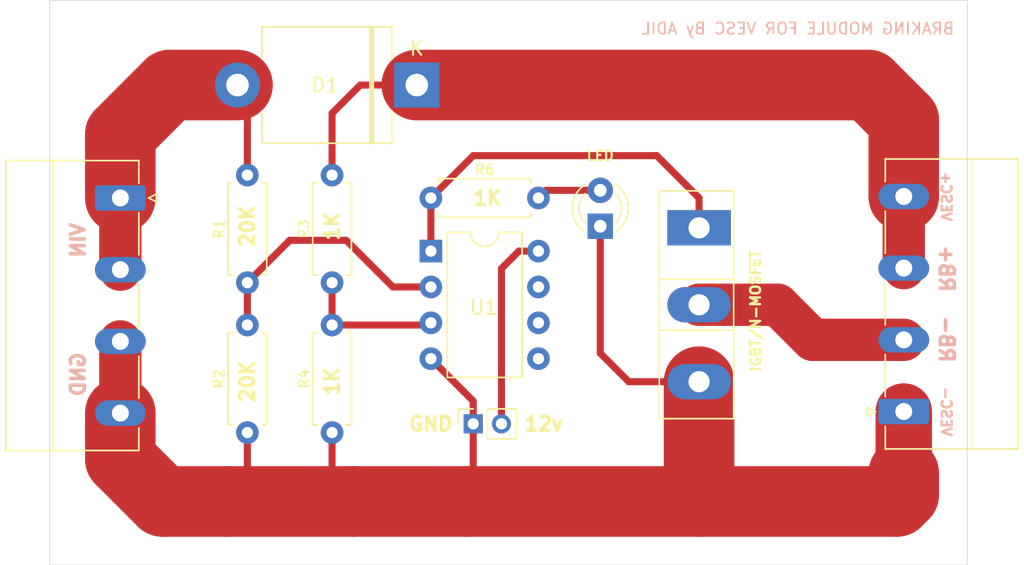
<source format=kicad_pcb>
(kicad_pcb (version 20171130) (host pcbnew "(5.1.12)-1")

  (general
    (thickness 1.6)
    (drawings 19)
    (tracks 57)
    (zones 0)
    (modules 12)
    (nets 10)
  )

  (page A4)
  (layers
    (0 F.Cu signal)
    (31 B.Cu signal)
    (32 B.Adhes user)
    (33 F.Adhes user)
    (34 B.Paste user)
    (35 F.Paste user)
    (36 B.SilkS user)
    (37 F.SilkS user)
    (38 B.Mask user)
    (39 F.Mask user)
    (40 Dwgs.User user)
    (41 Cmts.User user)
    (42 Eco1.User user)
    (43 Eco2.User user)
    (44 Edge.Cuts user)
    (45 Margin user)
    (46 B.CrtYd user hide)
    (47 F.CrtYd user)
    (48 B.Fab user hide)
    (49 F.Fab user hide)
  )

  (setup
    (last_trace_width 0.5)
    (user_trace_width 0.3)
    (user_trace_width 0.5)
    (user_trace_width 2.5)
    (user_trace_width 3)
    (user_trace_width 4)
    (user_trace_width 5)
    (trace_clearance 0.2)
    (zone_clearance 0.508)
    (zone_45_only no)
    (trace_min 0.2)
    (via_size 0.8)
    (via_drill 0.4)
    (via_min_size 0.4)
    (via_min_drill 0.3)
    (uvia_size 0.3)
    (uvia_drill 0.1)
    (uvias_allowed no)
    (uvia_min_size 0.2)
    (uvia_min_drill 0.1)
    (edge_width 0.05)
    (segment_width 0.2)
    (pcb_text_width 0.3)
    (pcb_text_size 1.5 1.5)
    (mod_edge_width 0.12)
    (mod_text_size 1 1)
    (mod_text_width 0.15)
    (pad_size 1.524 1.524)
    (pad_drill 0.762)
    (pad_to_mask_clearance 0)
    (aux_axis_origin 0 0)
    (grid_origin 160.65 68)
    (visible_elements 7FFFFFFF)
    (pcbplotparams
      (layerselection 0x010fc_ffffffff)
      (usegerberextensions false)
      (usegerberattributes true)
      (usegerberadvancedattributes true)
      (creategerberjobfile true)
      (excludeedgelayer true)
      (linewidth 0.100000)
      (plotframeref false)
      (viasonmask false)
      (mode 1)
      (useauxorigin false)
      (hpglpennumber 1)
      (hpglpenspeed 20)
      (hpglpendiameter 15.000000)
      (psnegative false)
      (psa4output false)
      (plotreference true)
      (plotvalue true)
      (plotinvisibletext false)
      (padsonsilk false)
      (subtractmaskfromsilk false)
      (outputformat 1)
      (mirror false)
      (drillshape 0)
      (scaleselection 1)
      (outputdirectory "GRBR/"))
  )

  (net 0 "")
  (net 1 "Net-(D1-Pad2)")
  (net 2 GND)
  (net 3 "Net-(D3-Pad2)")
  (net 4 R-)
  (net 5 "Net-(Q1-Pad1)")
  (net 6 "Net-(R1-Pad1)")
  (net 7 "Net-(R3-Pad1)")
  (net 8 "Net-(D1-Pad1)")
  (net 9 +12V)

  (net_class Default "This is the default net class."
    (clearance 0.2)
    (trace_width 0.25)
    (via_dia 0.8)
    (via_drill 0.4)
    (uvia_dia 0.3)
    (uvia_drill 0.1)
    (add_net +12V)
    (add_net GND)
    (add_net "Net-(D1-Pad1)")
    (add_net "Net-(D1-Pad2)")
    (add_net "Net-(D3-Pad2)")
    (add_net "Net-(Q1-Pad1)")
    (add_net "Net-(R1-Pad1)")
    (add_net "Net-(R3-Pad1)")
    (add_net R-)
  )

  (module Connector_PinSocket_2.00mm:PinSocket_1x02_P2.00mm_Vertical (layer F.Cu) (tedit 5A19A42F) (tstamp 621E331B)
    (at 157.65 115 90)
    (descr "Through hole straight socket strip, 1x02, 2.00mm pitch, single row (from Kicad 4.0.7), script generated")
    (tags "Through hole socket strip THT 1x02 2.00mm single row")
    (path /621F9667)
    (fp_text reference J3 (at 0 -2.5 90) (layer F.Fab)
      (effects (font (size 1 1) (thickness 0.15)))
    )
    (fp_text value Conn_01x02 (at 0 4.5 90) (layer F.Fab)
      (effects (font (size 1 1) (thickness 0.15)))
    )
    (fp_text user %R (at 0 1) (layer F.Fab)
      (effects (font (size 1 1) (thickness 0.15)))
    )
    (fp_line (start -1 -1) (end 0.5 -1) (layer F.Fab) (width 0.1))
    (fp_line (start 0.5 -1) (end 1 -0.5) (layer F.Fab) (width 0.1))
    (fp_line (start 1 -0.5) (end 1 3) (layer F.Fab) (width 0.1))
    (fp_line (start 1 3) (end -1 3) (layer F.Fab) (width 0.1))
    (fp_line (start -1 3) (end -1 -1) (layer F.Fab) (width 0.1))
    (fp_line (start -1.06 1) (end 1.06 1) (layer F.SilkS) (width 0.12))
    (fp_line (start -1.06 1) (end -1.06 3.06) (layer F.SilkS) (width 0.12))
    (fp_line (start -1.06 3.06) (end 1.06 3.06) (layer F.SilkS) (width 0.12))
    (fp_line (start 1.06 1) (end 1.06 3.06) (layer F.SilkS) (width 0.12))
    (fp_line (start 1.06 -1.06) (end 1.06 0) (layer F.SilkS) (width 0.12))
    (fp_line (start 0 -1.06) (end 1.06 -1.06) (layer F.SilkS) (width 0.12))
    (fp_line (start -1.5 -1.5) (end 1.5 -1.5) (layer F.CrtYd) (width 0.05))
    (fp_line (start 1.5 -1.5) (end 1.5 3.5) (layer F.CrtYd) (width 0.05))
    (fp_line (start 1.5 3.5) (end -1.5 3.5) (layer F.CrtYd) (width 0.05))
    (fp_line (start -1.5 3.5) (end -1.5 -1.5) (layer F.CrtYd) (width 0.05))
    (pad 2 thru_hole oval (at 0 2 90) (size 1.35 1.35) (drill 0.8) (layers *.Cu *.Mask)
      (net 9 +12V))
    (pad 1 thru_hole rect (at 0 0 90) (size 1.35 1.35) (drill 0.8) (layers *.Cu *.Mask)
      (net 2 GND))
    (model ${KISYS3DMOD}/Connector_PinSocket_2.00mm.3dshapes/PinSocket_1x02_P2.00mm_Vertical.wrl
      (at (xyz 0 0 0))
      (scale (xyz 1 1 1))
      (rotate (xyz 0 0 0))
    )
  )

  (module Resistor_THT:R_Axial_DIN0207_L6.3mm_D2.5mm_P7.62mm_Horizontal (layer F.Cu) (tedit 5AE5139B) (tstamp 614FC7B1)
    (at 154.65 99)
    (descr "Resistor, Axial_DIN0207 series, Axial, Horizontal, pin pitch=7.62mm, 0.25W = 1/4W, length*diameter=6.3*2.5mm^2, http://cdn-reichelt.de/documents/datenblatt/B400/1_4W%23YAG.pdf")
    (tags "Resistor Axial_DIN0207 series Axial Horizontal pin pitch 7.62mm 0.25W = 1/4W length 6.3mm diameter 2.5mm")
    (path /61501DD3)
    (fp_text reference R6 (at -1.5 0.75) (layer F.Fab)
      (effects (font (size 0.7 0.7) (thickness 0.15)))
    )
    (fp_text value 1K (at 3.81 2.37) (layer F.Fab)
      (effects (font (size 1 1) (thickness 0.15)))
    )
    (fp_text user %R (at 3.81 -2) (layer F.SilkS)
      (effects (font (size 0.7 0.7) (thickness 0.15)))
    )
    (fp_line (start 0.66 -1.25) (end 0.66 1.25) (layer F.Fab) (width 0.1))
    (fp_line (start 0.66 1.25) (end 6.96 1.25) (layer F.Fab) (width 0.1))
    (fp_line (start 6.96 1.25) (end 6.96 -1.25) (layer F.Fab) (width 0.1))
    (fp_line (start 6.96 -1.25) (end 0.66 -1.25) (layer F.Fab) (width 0.1))
    (fp_line (start 0 0) (end 0.66 0) (layer F.Fab) (width 0.1))
    (fp_line (start 7.62 0) (end 6.96 0) (layer F.Fab) (width 0.1))
    (fp_line (start 0.54 -1.04) (end 0.54 -1.37) (layer F.SilkS) (width 0.12))
    (fp_line (start 0.54 -1.37) (end 7.08 -1.37) (layer F.SilkS) (width 0.12))
    (fp_line (start 7.08 -1.37) (end 7.08 -1.04) (layer F.SilkS) (width 0.12))
    (fp_line (start 0.54 1.04) (end 0.54 1.37) (layer F.SilkS) (width 0.12))
    (fp_line (start 0.54 1.37) (end 7.08 1.37) (layer F.SilkS) (width 0.12))
    (fp_line (start 7.08 1.37) (end 7.08 1.04) (layer F.SilkS) (width 0.12))
    (fp_line (start -1.05 -1.5) (end -1.05 1.5) (layer F.CrtYd) (width 0.05))
    (fp_line (start -1.05 1.5) (end 8.67 1.5) (layer F.CrtYd) (width 0.05))
    (fp_line (start 8.67 1.5) (end 8.67 -1.5) (layer F.CrtYd) (width 0.05))
    (fp_line (start 8.67 -1.5) (end -1.05 -1.5) (layer F.CrtYd) (width 0.05))
    (pad 2 thru_hole oval (at 7.62 0) (size 1.6 1.6) (drill 0.8) (layers *.Cu *.Mask)
      (net 3 "Net-(D3-Pad2)"))
    (pad 1 thru_hole circle (at 0 0) (size 1.6 1.6) (drill 0.8) (layers *.Cu *.Mask)
      (net 5 "Net-(Q1-Pad1)"))
    (model ${KISYS3DMOD}/Resistor_THT.3dshapes/R_Axial_DIN0207_L6.3mm_D2.5mm_P7.62mm_Horizontal.wrl
      (at (xyz 0 0 0))
      (scale (xyz 1 1 1))
      (rotate (xyz 0 0 0))
    )
  )

  (module Package_TO_SOT_THT:TO-247-3_Vertical (layer F.Cu) (tedit 5AC86DC3) (tstamp 614FC71C)
    (at 173.65 101.115 270)
    (descr "TO-247-3, Vertical, RM 5.45mm, see https://toshiba.semicon-storage.com/us/product/mosfet/to-247-4l.html")
    (tags "TO-247-3 Vertical RM 5.45mm")
    (path /61506B10)
    (fp_text reference Q1 (at 2.54 -4.27 90) (layer F.Fab)
      (effects (font (size 1 1) (thickness 0.15)))
    )
    (fp_text value IRLZ44N (at 2.54 2.5 90) (layer F.Fab)
      (effects (font (size 1 1) (thickness 0.15)))
    )
    (fp_text user %R (at 2.54 -4.27 90) (layer F.Fab)
      (effects (font (size 1 1) (thickness 0.15)))
    )
    (fp_line (start -2.5 -2.33) (end -2.5 2.7) (layer F.Fab) (width 0.1))
    (fp_line (start -2.5 2.7) (end 13.4 2.7) (layer F.Fab) (width 0.1))
    (fp_line (start 13.4 2.7) (end 13.4 -2.33) (layer F.Fab) (width 0.1))
    (fp_line (start 13.4 -2.33) (end -2.5 -2.33) (layer F.Fab) (width 0.1))
    (fp_line (start 3.645 -2.33) (end 3.645 2.7) (layer F.Fab) (width 0.1))
    (fp_line (start 7.255 -2.33) (end 7.255 2.7) (layer F.Fab) (width 0.1))
    (fp_line (start -2.62 -2.451) (end 13.52 -2.451) (layer F.SilkS) (width 0.12))
    (fp_line (start -2.62 2.82) (end 13.52 2.82) (layer F.SilkS) (width 0.12))
    (fp_line (start -2.62 -2.451) (end -2.62 2.82) (layer F.SilkS) (width 0.12))
    (fp_line (start 13.52 -2.451) (end 13.52 2.82) (layer F.SilkS) (width 0.12))
    (fp_line (start 3.646 -2.451) (end 3.646 2.82) (layer F.SilkS) (width 0.12))
    (fp_line (start 7.255 -2.451) (end 7.255 2.82) (layer F.SilkS) (width 0.12))
    (fp_line (start -2.75 -2.59) (end -2.75 2.95) (layer F.CrtYd) (width 0.05))
    (fp_line (start -2.75 2.95) (end 13.65 2.95) (layer F.CrtYd) (width 0.05))
    (fp_line (start 13.65 2.95) (end 13.65 -2.59) (layer F.CrtYd) (width 0.05))
    (fp_line (start 13.65 -2.59) (end -2.75 -2.59) (layer F.CrtYd) (width 0.05))
    (pad 3 thru_hole oval (at 10.9 0 270) (size 2.5 4.5) (drill 1.5) (layers *.Cu *.Mask)
      (net 2 GND))
    (pad 2 thru_hole oval (at 5.45 0 270) (size 2.5 4.5) (drill 1.5) (layers *.Cu *.Mask)
      (net 4 R-))
    (pad 1 thru_hole rect (at 0 0 270) (size 2.5 4.5) (drill 1.5) (layers *.Cu *.Mask)
      (net 5 "Net-(Q1-Pad1)"))
    (model ${KISYS3DMOD}/Package_TO_SOT_THT.3dshapes/TO-247-3_Vertical.wrl
      (at (xyz 0 0 0))
      (scale (xyz 1 1 1))
      (rotate (xyz 0 0 0))
    )
  )

  (module Resistor_THT:R_Axial_DIN0207_L6.3mm_D2.5mm_P7.62mm_Horizontal (layer F.Cu) (tedit 5AE5139B) (tstamp 614FC7A4)
    (at 147.65 108 270)
    (descr "Resistor, Axial_DIN0207 series, Axial, Horizontal, pin pitch=7.62mm, 0.25W = 1/4W, length*diameter=6.3*2.5mm^2, http://cdn-reichelt.de/documents/datenblatt/B400/1_4W%23YAG.pdf")
    (tags "Resistor Axial_DIN0207 series Axial Horizontal pin pitch 7.62mm 0.25W = 1/4W length 6.3mm diameter 2.5mm")
    (path /614F8368)
    (fp_text reference R4 (at 3.810001 2 90) (layer F.SilkS)
      (effects (font (size 0.7 0.7) (thickness 0.15)))
    )
    (fp_text value 1K (at 3.81 2.37 90) (layer F.Fab)
      (effects (font (size 1 1) (thickness 0.15)))
    )
    (fp_text user %R (at 3.81 0 90) (layer F.Fab)
      (effects (font (size 1 1) (thickness 0.15)))
    )
    (fp_line (start 0.66 -1.25) (end 0.66 1.25) (layer F.Fab) (width 0.1))
    (fp_line (start 0.66 1.25) (end 6.96 1.25) (layer F.Fab) (width 0.1))
    (fp_line (start 6.96 1.25) (end 6.96 -1.25) (layer F.Fab) (width 0.1))
    (fp_line (start 6.96 -1.25) (end 0.66 -1.25) (layer F.Fab) (width 0.1))
    (fp_line (start 0 0) (end 0.66 0) (layer F.Fab) (width 0.1))
    (fp_line (start 7.62 0) (end 6.96 0) (layer F.Fab) (width 0.1))
    (fp_line (start 0.54 -1.04) (end 0.54 -1.37) (layer F.SilkS) (width 0.12))
    (fp_line (start 0.54 -1.37) (end 7.08 -1.37) (layer F.SilkS) (width 0.12))
    (fp_line (start 7.08 -1.37) (end 7.08 -1.04) (layer F.SilkS) (width 0.12))
    (fp_line (start 0.54 1.04) (end 0.54 1.37) (layer F.SilkS) (width 0.12))
    (fp_line (start 0.54 1.37) (end 7.08 1.37) (layer F.SilkS) (width 0.12))
    (fp_line (start 7.08 1.37) (end 7.08 1.04) (layer F.SilkS) (width 0.12))
    (fp_line (start -1.05 -1.5) (end -1.05 1.5) (layer F.CrtYd) (width 0.05))
    (fp_line (start -1.05 1.5) (end 8.67 1.5) (layer F.CrtYd) (width 0.05))
    (fp_line (start 8.67 1.5) (end 8.67 -1.5) (layer F.CrtYd) (width 0.05))
    (fp_line (start 8.67 -1.5) (end -1.05 -1.5) (layer F.CrtYd) (width 0.05))
    (pad 2 thru_hole oval (at 7.62 0 270) (size 1.6 1.6) (drill 0.8) (layers *.Cu *.Mask)
      (net 2 GND))
    (pad 1 thru_hole circle (at 0 0 270) (size 1.6 1.6) (drill 0.8) (layers *.Cu *.Mask)
      (net 7 "Net-(R3-Pad1)"))
    (model ${KISYS3DMOD}/Resistor_THT.3dshapes/R_Axial_DIN0207_L6.3mm_D2.5mm_P7.62mm_Horizontal.wrl
      (at (xyz 0 0 0))
      (scale (xyz 1 1 1))
      (rotate (xyz 0 0 0))
    )
  )

  (module Resistor_THT:R_Axial_DIN0207_L6.3mm_D2.5mm_P7.62mm_Horizontal (layer F.Cu) (tedit 5AE5139B) (tstamp 614FC7CD)
    (at 147.65 105 90)
    (descr "Resistor, Axial_DIN0207 series, Axial, Horizontal, pin pitch=7.62mm, 0.25W = 1/4W, length*diameter=6.3*2.5mm^2, http://cdn-reichelt.de/documents/datenblatt/B400/1_4W%23YAG.pdf")
    (tags "Resistor Axial_DIN0207 series Axial Horizontal pin pitch 7.62mm 0.25W = 1/4W length 6.3mm diameter 2.5mm")
    (path /614F971A)
    (fp_text reference R3 (at 3.809999 -2 90) (layer F.SilkS)
      (effects (font (size 0.7 0.7) (thickness 0.125)))
    )
    (fp_text value 20K (at 3.81 2.37 90) (layer F.Fab)
      (effects (font (size 1 1) (thickness 0.15)))
    )
    (fp_text user %R (at 3.81 0 90) (layer F.Fab)
      (effects (font (size 1 1) (thickness 0.15)))
    )
    (fp_line (start 0.66 -1.25) (end 0.66 1.25) (layer F.Fab) (width 0.1))
    (fp_line (start 0.66 1.25) (end 6.96 1.25) (layer F.Fab) (width 0.1))
    (fp_line (start 6.96 1.25) (end 6.96 -1.25) (layer F.Fab) (width 0.1))
    (fp_line (start 6.96 -1.25) (end 0.66 -1.25) (layer F.Fab) (width 0.1))
    (fp_line (start 0 0) (end 0.66 0) (layer F.Fab) (width 0.1))
    (fp_line (start 7.62 0) (end 6.96 0) (layer F.Fab) (width 0.1))
    (fp_line (start 0.54 -1.04) (end 0.54 -1.37) (layer F.SilkS) (width 0.12))
    (fp_line (start 0.54 -1.37) (end 7.08 -1.37) (layer F.SilkS) (width 0.12))
    (fp_line (start 7.08 -1.37) (end 7.08 -1.04) (layer F.SilkS) (width 0.12))
    (fp_line (start 0.54 1.04) (end 0.54 1.37) (layer F.SilkS) (width 0.12))
    (fp_line (start 0.54 1.37) (end 7.08 1.37) (layer F.SilkS) (width 0.12))
    (fp_line (start 7.08 1.37) (end 7.08 1.04) (layer F.SilkS) (width 0.12))
    (fp_line (start -1.05 -1.5) (end -1.05 1.5) (layer F.CrtYd) (width 0.05))
    (fp_line (start -1.05 1.5) (end 8.67 1.5) (layer F.CrtYd) (width 0.05))
    (fp_line (start 8.67 1.5) (end 8.67 -1.5) (layer F.CrtYd) (width 0.05))
    (fp_line (start 8.67 -1.5) (end -1.05 -1.5) (layer F.CrtYd) (width 0.05))
    (pad 2 thru_hole oval (at 7.62 0 90) (size 1.6 1.6) (drill 0.8) (layers *.Cu *.Mask)
      (net 8 "Net-(D1-Pad1)"))
    (pad 1 thru_hole circle (at 0 0 90) (size 1.6 1.6) (drill 0.8) (layers *.Cu *.Mask)
      (net 7 "Net-(R3-Pad1)"))
    (model ${KISYS3DMOD}/Resistor_THT.3dshapes/R_Axial_DIN0207_L6.3mm_D2.5mm_P7.62mm_Horizontal.wrl
      (at (xyz 0 0 0))
      (scale (xyz 1 1 1))
      (rotate (xyz 0 0 0))
    )
  )

  (module Resistor_THT:R_Axial_DIN0207_L6.3mm_D2.5mm_P7.62mm_Horizontal (layer F.Cu) (tedit 5AE5139B) (tstamp 614FC78A)
    (at 141.65 108 270)
    (descr "Resistor, Axial_DIN0207 series, Axial, Horizontal, pin pitch=7.62mm, 0.25W = 1/4W, length*diameter=6.3*2.5mm^2, http://cdn-reichelt.de/documents/datenblatt/B400/1_4W%23YAG.pdf")
    (tags "Resistor Axial_DIN0207 series Axial Horizontal pin pitch 7.62mm 0.25W = 1/4W length 6.3mm diameter 2.5mm")
    (path /614F8E8B)
    (fp_text reference R2 (at 3.810001 2 90) (layer F.SilkS)
      (effects (font (size 0.7 0.7) (thickness 0.15)))
    )
    (fp_text value 1K (at 3.81 2.37 90) (layer F.Fab)
      (effects (font (size 1 1) (thickness 0.15)))
    )
    (fp_text user %R (at 3.81 0 90) (layer F.Fab)
      (effects (font (size 1 1) (thickness 0.15)))
    )
    (fp_line (start 0.66 -1.25) (end 0.66 1.25) (layer F.Fab) (width 0.1))
    (fp_line (start 0.66 1.25) (end 6.96 1.25) (layer F.Fab) (width 0.1))
    (fp_line (start 6.96 1.25) (end 6.96 -1.25) (layer F.Fab) (width 0.1))
    (fp_line (start 6.96 -1.25) (end 0.66 -1.25) (layer F.Fab) (width 0.1))
    (fp_line (start 0 0) (end 0.66 0) (layer F.Fab) (width 0.1))
    (fp_line (start 7.62 0) (end 6.96 0) (layer F.Fab) (width 0.1))
    (fp_line (start 0.54 -1.04) (end 0.54 -1.37) (layer F.SilkS) (width 0.12))
    (fp_line (start 0.54 -1.37) (end 7.08 -1.37) (layer F.SilkS) (width 0.12))
    (fp_line (start 7.08 -1.37) (end 7.08 -1.04) (layer F.SilkS) (width 0.12))
    (fp_line (start 0.54 1.04) (end 0.54 1.37) (layer F.SilkS) (width 0.12))
    (fp_line (start 0.54 1.37) (end 7.08 1.37) (layer F.SilkS) (width 0.12))
    (fp_line (start 7.08 1.37) (end 7.08 1.04) (layer F.SilkS) (width 0.12))
    (fp_line (start -1.05 -1.5) (end -1.05 1.5) (layer F.CrtYd) (width 0.05))
    (fp_line (start -1.05 1.5) (end 8.67 1.5) (layer F.CrtYd) (width 0.05))
    (fp_line (start 8.67 1.5) (end 8.67 -1.5) (layer F.CrtYd) (width 0.05))
    (fp_line (start 8.67 -1.5) (end -1.05 -1.5) (layer F.CrtYd) (width 0.05))
    (pad 2 thru_hole oval (at 7.62 0 270) (size 1.6 1.6) (drill 0.8) (layers *.Cu *.Mask)
      (net 2 GND))
    (pad 1 thru_hole circle (at 0 0 270) (size 1.6 1.6) (drill 0.8) (layers *.Cu *.Mask)
      (net 6 "Net-(R1-Pad1)"))
    (model ${KISYS3DMOD}/Resistor_THT.3dshapes/R_Axial_DIN0207_L6.3mm_D2.5mm_P7.62mm_Horizontal.wrl
      (at (xyz 0 0 0))
      (scale (xyz 1 1 1))
      (rotate (xyz 0 0 0))
    )
  )

  (module Resistor_THT:R_Axial_DIN0207_L6.3mm_D2.5mm_P7.62mm_Horizontal (layer F.Cu) (tedit 5AE5139B) (tstamp 614FC797)
    (at 141.65 105 90)
    (descr "Resistor, Axial_DIN0207 series, Axial, Horizontal, pin pitch=7.62mm, 0.25W = 1/4W, length*diameter=6.3*2.5mm^2, http://cdn-reichelt.de/documents/datenblatt/B400/1_4W%23YAG.pdf")
    (tags "Resistor Axial_DIN0207 series Axial Horizontal pin pitch 7.62mm 0.25W = 1/4W length 6.3mm diameter 2.5mm")
    (path /614F9FF8)
    (fp_text reference R1 (at 3.809999 -2 90) (layer F.SilkS)
      (effects (font (size 0.7 0.7) (thickness 0.15)))
    )
    (fp_text value 20K (at 3.81 2.37 90) (layer F.Fab)
      (effects (font (size 1 1) (thickness 0.15)))
    )
    (fp_text user %R (at 3.81 0 90) (layer F.Fab)
      (effects (font (size 1 1) (thickness 0.15)))
    )
    (fp_line (start 0.66 -1.25) (end 0.66 1.25) (layer F.Fab) (width 0.1))
    (fp_line (start 0.66 1.25) (end 6.96 1.25) (layer F.Fab) (width 0.1))
    (fp_line (start 6.96 1.25) (end 6.96 -1.25) (layer F.Fab) (width 0.1))
    (fp_line (start 6.96 -1.25) (end 0.66 -1.25) (layer F.Fab) (width 0.1))
    (fp_line (start 0 0) (end 0.66 0) (layer F.Fab) (width 0.1))
    (fp_line (start 7.62 0) (end 6.96 0) (layer F.Fab) (width 0.1))
    (fp_line (start 0.54 -1.04) (end 0.54 -1.37) (layer F.SilkS) (width 0.12))
    (fp_line (start 0.54 -1.37) (end 7.08 -1.37) (layer F.SilkS) (width 0.12))
    (fp_line (start 7.08 -1.37) (end 7.08 -1.04) (layer F.SilkS) (width 0.12))
    (fp_line (start 0.54 1.04) (end 0.54 1.37) (layer F.SilkS) (width 0.12))
    (fp_line (start 0.54 1.37) (end 7.08 1.37) (layer F.SilkS) (width 0.12))
    (fp_line (start 7.08 1.37) (end 7.08 1.04) (layer F.SilkS) (width 0.12))
    (fp_line (start -1.05 -1.5) (end -1.05 1.5) (layer F.CrtYd) (width 0.05))
    (fp_line (start -1.05 1.5) (end 8.67 1.5) (layer F.CrtYd) (width 0.05))
    (fp_line (start 8.67 1.5) (end 8.67 -1.5) (layer F.CrtYd) (width 0.05))
    (fp_line (start 8.67 -1.5) (end -1.05 -1.5) (layer F.CrtYd) (width 0.05))
    (pad 2 thru_hole oval (at 7.62 0 90) (size 1.6 1.6) (drill 0.8) (layers *.Cu *.Mask)
      (net 1 "Net-(D1-Pad2)"))
    (pad 1 thru_hole circle (at 0 0 90) (size 1.6 1.6) (drill 0.8) (layers *.Cu *.Mask)
      (net 6 "Net-(R1-Pad1)"))
    (model ${KISYS3DMOD}/Resistor_THT.3dshapes/R_Axial_DIN0207_L6.3mm_D2.5mm_P7.62mm_Horizontal.wrl
      (at (xyz 0 0 0))
      (scale (xyz 1 1 1))
      (rotate (xyz 0 0 0))
    )
  )

  (module Connector_Phoenix_MC_HighVoltage:PhoenixContact_MC_1,5_4-G-5.08_1x04_P5.08mm_Horizontal (layer F.Cu) (tedit 5B784ED2) (tstamp 614FC76C)
    (at 132.65 99 270)
    (descr "Generic Phoenix Contact connector footprint for: MC_1,5/4-G-5.08; number of pins: 04; pin pitch: 5.08mm; Angled || order number: 1836202 8A 320V")
    (tags "phoenix_contact connector MC_01x04_G_5.08mm")
    (path /61516300)
    (fp_text reference J1 (at 7.62 -3 90) (layer F.Fab)
      (effects (font (size 1 1) (thickness 0.15)))
    )
    (fp_text value Screw_Terminal_01x04 (at 7.62 9.2 90) (layer F.Fab)
      (effects (font (size 1 1) (thickness 0.15)))
    )
    (fp_line (start -2.65 -1.31) (end -2.65 8.11) (layer F.SilkS) (width 0.12))
    (fp_line (start -2.65 8.11) (end 17.89 8.11) (layer F.SilkS) (width 0.12))
    (fp_line (start 17.89 8.11) (end 17.89 -1.31) (layer F.SilkS) (width 0.12))
    (fp_line (start -2.65 -1.31) (end -1.05 -1.31) (layer F.SilkS) (width 0.12))
    (fp_line (start 17.89 -1.31) (end 16.29 -1.31) (layer F.SilkS) (width 0.12))
    (fp_line (start 1.05 -1.31) (end 4.03 -1.31) (layer F.SilkS) (width 0.12))
    (fp_line (start 6.13 -1.31) (end 9.11 -1.31) (layer F.SilkS) (width 0.12))
    (fp_line (start 11.21 -1.31) (end 14.19 -1.31) (layer F.SilkS) (width 0.12))
    (fp_line (start -2.54 -1.2) (end -2.54 8) (layer F.Fab) (width 0.1))
    (fp_line (start -2.54 8) (end 17.78 8) (layer F.Fab) (width 0.1))
    (fp_line (start 17.78 8) (end 17.78 -1.2) (layer F.Fab) (width 0.1))
    (fp_line (start 17.78 -1.2) (end -2.54 -1.2) (layer F.Fab) (width 0.1))
    (fp_line (start -2.65 4.8) (end 17.89 4.8) (layer F.SilkS) (width 0.12))
    (fp_line (start -3.15 -2.3) (end -3.15 8.5) (layer F.CrtYd) (width 0.05))
    (fp_line (start -3.15 8.5) (end 18.28 8.5) (layer F.CrtYd) (width 0.05))
    (fp_line (start 18.28 8.5) (end 18.28 -2.3) (layer F.CrtYd) (width 0.05))
    (fp_line (start 18.28 -2.3) (end -3.15 -2.3) (layer F.CrtYd) (width 0.05))
    (fp_line (start 0.3 -2.6) (end 0 -2) (layer F.SilkS) (width 0.12))
    (fp_line (start 0 -2) (end -0.3 -2.6) (layer F.SilkS) (width 0.12))
    (fp_line (start -0.3 -2.6) (end 0.3 -2.6) (layer F.SilkS) (width 0.12))
    (fp_line (start 0.8 -1.2) (end 0 0) (layer F.Fab) (width 0.1))
    (fp_line (start 0 0) (end -0.8 -1.2) (layer F.Fab) (width 0.1))
    (fp_text user %R (at 7.62 -0.5 90) (layer F.Fab)
      (effects (font (size 1 1) (thickness 0.15)))
    )
    (pad 1 thru_hole roundrect (at 0 0 270) (size 1.8 3.6) (drill 1.2) (layers *.Cu *.Mask) (roundrect_rratio 0.1388888888888889)
      (net 1 "Net-(D1-Pad2)"))
    (pad 2 thru_hole oval (at 5.08 0 270) (size 1.8 3.6) (drill 1.2) (layers *.Cu *.Mask)
      (net 1 "Net-(D1-Pad2)"))
    (pad 3 thru_hole oval (at 10.16 0 270) (size 1.8 3.6) (drill 1.2) (layers *.Cu *.Mask)
      (net 2 GND))
    (pad 4 thru_hole oval (at 15.24 0 270) (size 1.8 3.6) (drill 1.2) (layers *.Cu *.Mask)
      (net 2 GND))
    (model ${KISYS3DMOD}/Connector_Phoenix_MC_HighVoltage.3dshapes/PhoenixContact_MC_1,5_4-G-5.08_1x04_P5.08mm_Horizontal.wrl
      (at (xyz 0 0 0))
      (scale (xyz 1 1 1))
      (rotate (xyz 0 0 0))
    )
  )

  (module Connector_Phoenix_MC_HighVoltage:PhoenixContact_MC_1,5_4-G-5.08_1x04_P5.08mm_Horizontal (layer F.Cu) (tedit 5B784ED2) (tstamp 614FC735)
    (at 188.15 114.13 90)
    (descr "Generic Phoenix Contact connector footprint for: MC_1,5/4-G-5.08; number of pins: 04; pin pitch: 5.08mm; Angled || order number: 1836202 8A 320V")
    (tags "phoenix_contact connector MC_01x04_G_5.08mm")
    (path /61515978)
    (fp_text reference J2 (at 7.62 -3 90) (layer F.Fab)
      (effects (font (size 1 1) (thickness 0.15)))
    )
    (fp_text value Screw_Terminal_01x04 (at 7.62 9.2 90) (layer F.Fab)
      (effects (font (size 1 1) (thickness 0.15)))
    )
    (fp_line (start -2.65 -1.31) (end -2.65 8.11) (layer F.SilkS) (width 0.12))
    (fp_line (start -2.65 8.11) (end 17.89 8.11) (layer F.SilkS) (width 0.12))
    (fp_line (start 17.89 8.11) (end 17.89 -1.31) (layer F.SilkS) (width 0.12))
    (fp_line (start -2.65 -1.31) (end -1.05 -1.31) (layer F.SilkS) (width 0.12))
    (fp_line (start 17.89 -1.31) (end 16.29 -1.31) (layer F.SilkS) (width 0.12))
    (fp_line (start 1.05 -1.31) (end 4.03 -1.31) (layer F.SilkS) (width 0.12))
    (fp_line (start 6.13 -1.31) (end 9.11 -1.31) (layer F.SilkS) (width 0.12))
    (fp_line (start 11.21 -1.31) (end 14.19 -1.31) (layer F.SilkS) (width 0.12))
    (fp_line (start -2.54 -1.2) (end -2.54 8) (layer F.Fab) (width 0.1))
    (fp_line (start -2.54 8) (end 17.78 8) (layer F.Fab) (width 0.1))
    (fp_line (start 17.78 8) (end 17.78 -1.2) (layer F.Fab) (width 0.1))
    (fp_line (start 17.78 -1.2) (end -2.54 -1.2) (layer F.Fab) (width 0.1))
    (fp_line (start -2.65 4.8) (end 17.89 4.8) (layer F.SilkS) (width 0.12))
    (fp_line (start -3.15 -2.3) (end -3.15 8.5) (layer F.CrtYd) (width 0.05))
    (fp_line (start -3.15 8.5) (end 18.28 8.5) (layer F.CrtYd) (width 0.05))
    (fp_line (start 18.28 8.5) (end 18.28 -2.3) (layer F.CrtYd) (width 0.05))
    (fp_line (start 18.28 -2.3) (end -3.15 -2.3) (layer F.CrtYd) (width 0.05))
    (fp_line (start 0.3 -2.6) (end 0 -2) (layer F.SilkS) (width 0.12))
    (fp_line (start 0 -2) (end -0.3 -2.6) (layer F.SilkS) (width 0.12))
    (fp_line (start -0.3 -2.6) (end 0.3 -2.6) (layer F.SilkS) (width 0.12))
    (fp_line (start 0.8 -1.2) (end 0 0) (layer F.Fab) (width 0.1))
    (fp_line (start 0 0) (end -0.8 -1.2) (layer F.Fab) (width 0.1))
    (fp_text user %R (at 7.62 -0.5 90) (layer F.Fab)
      (effects (font (size 1 1) (thickness 0.15)))
    )
    (pad 1 thru_hole roundrect (at 0 0 90) (size 1.8 3.6) (drill 1.2) (layers *.Cu *.Mask) (roundrect_rratio 0.1388888888888889)
      (net 2 GND))
    (pad 2 thru_hole oval (at 5.08 0 90) (size 1.8 3.6) (drill 1.2) (layers *.Cu *.Mask)
      (net 4 R-))
    (pad 3 thru_hole oval (at 10.16 0 90) (size 1.8 3.6) (drill 1.2) (layers *.Cu *.Mask)
      (net 8 "Net-(D1-Pad1)"))
    (pad 4 thru_hole oval (at 15.24 0 90) (size 1.8 3.6) (drill 1.2) (layers *.Cu *.Mask)
      (net 8 "Net-(D1-Pad1)"))
    (model ${KISYS3DMOD}/Connector_Phoenix_MC_HighVoltage.3dshapes/PhoenixContact_MC_1,5_4-G-5.08_1x04_P5.08mm_Horizontal.wrl
      (at (xyz 0 0 0))
      (scale (xyz 1 1 1))
      (rotate (xyz 0 0 0))
    )
  )

  (module LED_THT:LED_D3.0mm (layer F.Cu) (tedit 587A3A7B) (tstamp 614FC6EF)
    (at 166.65 101 90)
    (descr "LED, diameter 3.0mm, 2 pins")
    (tags "LED diameter 3.0mm 2 pins")
    (path /61502CAC)
    (fp_text reference LED (at 5 0 180) (layer F.SilkS)
      (effects (font (size 0.7 0.7) (thickness 0.15)))
    )
    (fp_text value LED (at 1.27 2.96 90) (layer F.Fab)
      (effects (font (size 1 1) (thickness 0.15)))
    )
    (fp_circle (center 1.27 0) (end 2.77 0) (layer F.Fab) (width 0.1))
    (fp_line (start -0.23 -1.16619) (end -0.23 1.16619) (layer F.Fab) (width 0.1))
    (fp_line (start -0.29 -1.236) (end -0.29 -1.08) (layer F.SilkS) (width 0.12))
    (fp_line (start -0.29 1.08) (end -0.29 1.236) (layer F.SilkS) (width 0.12))
    (fp_line (start -1.15 -2.25) (end -1.15 2.25) (layer F.CrtYd) (width 0.05))
    (fp_line (start -1.15 2.25) (end 3.7 2.25) (layer F.CrtYd) (width 0.05))
    (fp_line (start 3.7 2.25) (end 3.7 -2.25) (layer F.CrtYd) (width 0.05))
    (fp_line (start 3.7 -2.25) (end -1.15 -2.25) (layer F.CrtYd) (width 0.05))
    (fp_arc (start 1.27 0) (end -0.23 -1.16619) (angle 284.3) (layer F.Fab) (width 0.1))
    (fp_arc (start 1.27 0) (end -0.29 -1.235516) (angle 108.8) (layer F.SilkS) (width 0.12))
    (fp_arc (start 1.27 0) (end -0.29 1.235516) (angle -108.8) (layer F.SilkS) (width 0.12))
    (fp_arc (start 1.27 0) (end 0.229039 -1.08) (angle 87.9) (layer F.SilkS) (width 0.12))
    (fp_arc (start 1.27 0) (end 0.229039 1.08) (angle -87.9) (layer F.SilkS) (width 0.12))
    (pad 1 thru_hole rect (at 0 0 90) (size 1.8 1.8) (drill 0.9) (layers *.Cu *.Mask)
      (net 2 GND))
    (pad 2 thru_hole circle (at 2.54 0 90) (size 1.8 1.8) (drill 0.9) (layers *.Cu *.Mask)
      (net 3 "Net-(D3-Pad2)"))
    (model ${KISYS3DMOD}/LED_THT.3dshapes/LED_D3.0mm.wrl
      (at (xyz 0 0 0))
      (scale (xyz 1 1 1))
      (rotate (xyz 0 0 0))
    )
  )

  (module Diode_THT:D_5KPW_P12.70mm_Horizontal (layer F.Cu) (tedit 5AE50CD5) (tstamp 614FC6C3)
    (at 153.65 91 180)
    (descr "Diode, 5KPW series, Axial, Horizontal, pin pitch=12.7mm, , length*diameter=9*8mm^2, , http://www.diodes.com/_files/packages/8686949.gif")
    (tags "Diode 5KPW series Axial Horizontal pin pitch 12.7mm  length 9mm diameter 8mm")
    (path /614FD07E)
    (fp_text reference D1 (at 6.5 0) (layer F.SilkS)
      (effects (font (size 1 1) (thickness 0.15)))
    )
    (fp_text value D_Small (at 3.81 5.12) (layer F.Fab)
      (effects (font (size 1 1) (thickness 0.15)))
    )
    (fp_line (start 14.55 -4.25) (end -1.85 -4.25) (layer F.CrtYd) (width 0.05))
    (fp_line (start 14.55 4.25) (end 14.55 -4.25) (layer F.CrtYd) (width 0.05))
    (fp_line (start -1.85 4.25) (end 14.55 4.25) (layer F.CrtYd) (width 0.05))
    (fp_line (start -1.85 -4.25) (end -1.85 4.25) (layer F.CrtYd) (width 0.05))
    (fp_line (start 3.08 -4.12) (end 3.08 4.12) (layer F.SilkS) (width 0.12))
    (fp_line (start 3.32 -4.12) (end 3.32 4.12) (layer F.SilkS) (width 0.12))
    (fp_line (start 3.2 -4.12) (end 3.2 4.12) (layer F.SilkS) (width 0.12))
    (fp_line (start 10.97 4.12) (end 10.97 1.84) (layer F.SilkS) (width 0.12))
    (fp_line (start 1.73 4.12) (end 10.97 4.12) (layer F.SilkS) (width 0.12))
    (fp_line (start 1.73 1.84) (end 1.73 4.12) (layer F.SilkS) (width 0.12))
    (fp_line (start 10.97 -4.12) (end 10.97 -1.84) (layer F.SilkS) (width 0.12))
    (fp_line (start 1.73 -4.12) (end 10.97 -4.12) (layer F.SilkS) (width 0.12))
    (fp_line (start 1.73 -1.84) (end 1.73 -4.12) (layer F.SilkS) (width 0.12))
    (fp_line (start 3.1 -4) (end 3.1 4) (layer F.Fab) (width 0.1))
    (fp_line (start 3.3 -4) (end 3.3 4) (layer F.Fab) (width 0.1))
    (fp_line (start 3.2 -4) (end 3.2 4) (layer F.Fab) (width 0.1))
    (fp_line (start 12.7 0) (end 10.85 0) (layer F.Fab) (width 0.1))
    (fp_line (start 0 0) (end 1.85 0) (layer F.Fab) (width 0.1))
    (fp_line (start 10.85 -4) (end 1.85 -4) (layer F.Fab) (width 0.1))
    (fp_line (start 10.85 4) (end 10.85 -4) (layer F.Fab) (width 0.1))
    (fp_line (start 1.85 4) (end 10.85 4) (layer F.Fab) (width 0.1))
    (fp_line (start 1.85 -4) (end 1.85 4) (layer F.Fab) (width 0.1))
    (fp_text user %R (at 7.62 -2.1) (layer F.Fab)
      (effects (font (size 1 1) (thickness 0.15)))
    )
    (fp_text user K (at 0 2.6) (layer F.Fab)
      (effects (font (size 1 1) (thickness 0.15)))
    )
    (fp_text user K (at 0 2.6) (layer F.SilkS)
      (effects (font (size 1 1) (thickness 0.15)))
    )
    (pad 1 thru_hole rect (at 0 0 180) (size 3.2 3.2) (drill 1.6) (layers *.Cu *.Mask)
      (net 8 "Net-(D1-Pad1)"))
    (pad 2 thru_hole oval (at 12.7 0 180) (size 3.2 3.2) (drill 1.6) (layers *.Cu *.Mask)
      (net 1 "Net-(D1-Pad2)"))
    (model ${KISYS3DMOD}/Diode_THT.3dshapes/D_5KPW_P12.70mm_Horizontal.wrl
      (at (xyz 0 0 0))
      (scale (xyz 1 1 1))
      (rotate (xyz 0 0 0))
    )
  )

  (module Package_DIP:DIP-8_W7.62mm (layer F.Cu) (tedit 5A02E8C5) (tstamp 614FC701)
    (at 154.65 102.765)
    (descr "8-lead though-hole mounted DIP package, row spacing 7.62 mm (300 mils)")
    (tags "THT DIP DIL PDIP 2.54mm 7.62mm 300mil")
    (path /614EE209)
    (fp_text reference U1 (at 3.75 4) (layer F.SilkS)
      (effects (font (size 1 1) (thickness 0.15)))
    )
    (fp_text value LM358 (at 3.81 9.95) (layer F.Fab)
      (effects (font (size 1 1) (thickness 0.15)))
    )
    (fp_line (start 8.7 -1.55) (end -1.1 -1.55) (layer F.CrtYd) (width 0.05))
    (fp_line (start 8.7 9.15) (end 8.7 -1.55) (layer F.CrtYd) (width 0.05))
    (fp_line (start -1.1 9.15) (end 8.7 9.15) (layer F.CrtYd) (width 0.05))
    (fp_line (start -1.1 -1.55) (end -1.1 9.15) (layer F.CrtYd) (width 0.05))
    (fp_line (start 6.46 -1.33) (end 4.81 -1.33) (layer F.SilkS) (width 0.12))
    (fp_line (start 6.46 8.95) (end 6.46 -1.33) (layer F.SilkS) (width 0.12))
    (fp_line (start 1.16 8.95) (end 6.46 8.95) (layer F.SilkS) (width 0.12))
    (fp_line (start 1.16 -1.33) (end 1.16 8.95) (layer F.SilkS) (width 0.12))
    (fp_line (start 2.81 -1.33) (end 1.16 -1.33) (layer F.SilkS) (width 0.12))
    (fp_line (start 0.635 -0.27) (end 1.635 -1.27) (layer F.Fab) (width 0.1))
    (fp_line (start 0.635 8.89) (end 0.635 -0.27) (layer F.Fab) (width 0.1))
    (fp_line (start 6.985 8.89) (end 0.635 8.89) (layer F.Fab) (width 0.1))
    (fp_line (start 6.985 -1.27) (end 6.985 8.89) (layer F.Fab) (width 0.1))
    (fp_line (start 1.635 -1.27) (end 6.985 -1.27) (layer F.Fab) (width 0.1))
    (fp_arc (start 3.81 -1.33) (end 2.81 -1.33) (angle -180) (layer F.SilkS) (width 0.12))
    (fp_text user %R (at 3.81 3.81) (layer F.Fab)
      (effects (font (size 1 1) (thickness 0.15)))
    )
    (pad 1 thru_hole rect (at 0 0) (size 1.6 1.6) (drill 0.8) (layers *.Cu *.Mask)
      (net 5 "Net-(Q1-Pad1)"))
    (pad 5 thru_hole oval (at 7.62 7.62) (size 1.6 1.6) (drill 0.8) (layers *.Cu *.Mask))
    (pad 2 thru_hole oval (at 0 2.54) (size 1.6 1.6) (drill 0.8) (layers *.Cu *.Mask)
      (net 6 "Net-(R1-Pad1)"))
    (pad 6 thru_hole oval (at 7.62 5.08) (size 1.6 1.6) (drill 0.8) (layers *.Cu *.Mask))
    (pad 3 thru_hole oval (at 0 5.08) (size 1.6 1.6) (drill 0.8) (layers *.Cu *.Mask)
      (net 7 "Net-(R3-Pad1)"))
    (pad 7 thru_hole oval (at 7.62 2.54) (size 1.6 1.6) (drill 0.8) (layers *.Cu *.Mask))
    (pad 4 thru_hole oval (at 0 7.62) (size 1.6 1.6) (drill 0.8) (layers *.Cu *.Mask)
      (net 2 GND))
    (pad 8 thru_hole oval (at 7.62 0) (size 1.6 1.6) (drill 0.8) (layers *.Cu *.Mask)
      (net 9 +12V))
    (model ${KISYS3DMOD}/Package_DIP.3dshapes/DIP-8_W7.62mm.wrl
      (at (xyz 0 0 0))
      (scale (xyz 1 1 1))
      (rotate (xyz 0 0 0))
    )
  )

  (gr_text 1K (at 158.65 99) (layer F.SilkS) (tstamp 621E44FE)
    (effects (font (size 1 1) (thickness 0.25)))
  )
  (gr_text "IGBT/N-MOSFET\n" (at 177.65 107 90) (layer F.SilkS) (tstamp 621E44DE)
    (effects (font (size 0.7 0.7) (thickness 0.175)))
  )
  (gr_text 1K (at 147.65 101 90) (layer F.SilkS) (tstamp 621E44DC)
    (effects (font (size 1 1) (thickness 0.25)))
  )
  (gr_text 1K (at 147.65 112 90) (layer F.SilkS) (tstamp 621E44D9)
    (effects (font (size 1 1) (thickness 0.25)))
  )
  (gr_text 20K (at 141.65 112 90) (layer F.SilkS) (tstamp 621E44D7)
    (effects (font (size 1 1) (thickness 0.25)))
  )
  (gr_text 20K (at 141.65 101 90) (layer F.SilkS) (tstamp 621E44B8)
    (effects (font (size 1 1) (thickness 0.25)))
  )
  (gr_line (start 127.65 125) (end 127.65 85) (layer Edge.Cuts) (width 0.05) (tstamp 621E3B41))
  (gr_line (start 192.65 125) (end 127.65 125) (layer Edge.Cuts) (width 0.05))
  (gr_line (start 192.65 85) (end 192.65 125) (layer Edge.Cuts) (width 0.05))
  (gr_line (start 127.65 85) (end 192.65 85) (layer Edge.Cuts) (width 0.05))
  (gr_text GND (at 154.65 115) (layer F.SilkS) (tstamp 621E34FB)
    (effects (font (size 1 1) (thickness 0.25)))
  )
  (gr_text 12v (at 162.65 115) (layer F.SilkS) (tstamp 621E34F1)
    (effects (font (size 1 1) (thickness 0.25)))
  )
  (gr_text "BRAKING MODULE FOR VESC By ADIL" (at 180.65 87) (layer B.SilkS) (tstamp 614FC7E8)
    (effects (font (size 0.8 0.8) (thickness 0.125)) (justify mirror))
  )
  (gr_text VESC+ (at 191.15 98.89 270) (layer B.SilkS) (tstamp 614FC7E7)
    (effects (font (size 0.7 0.7) (thickness 0.175)) (justify mirror))
  )
  (gr_text GND (at 129.65 111.5 90) (layer B.SilkS) (tstamp 614FC6C2)
    (effects (font (size 1 1) (thickness 0.25)) (justify mirror))
  )
  (gr_text VESC- (at 191.15 114.13 270) (layer B.SilkS) (tstamp 614FC7E6)
    (effects (font (size 0.7 0.7) (thickness 0.175)) (justify mirror))
  )
  (gr_text VIN (at 129.65 102 90) (layer B.SilkS) (tstamp 614FC6C1)
    (effects (font (size 1 1) (thickness 0.25)) (justify mirror))
  )
  (gr_text RB+ (at 191.17775 104 270) (layer B.SilkS) (tstamp 614FC6C0)
    (effects (font (size 1 1) (thickness 0.25)) (justify mirror))
  )
  (gr_text RB- (at 191.17775 109 270) (layer B.SilkS) (tstamp 614FC6BF)
    (effects (font (size 1 1) (thickness 0.25)) (justify mirror))
  )

  (segment (start 141.65 91.7) (end 140.95 91) (width 0.5) (layer F.Cu) (net 1))
  (segment (start 141.65 97.38) (end 141.65 91.7) (width 0.5) (layer F.Cu) (net 1))
  (segment (start 132.65 104.08) (end 132.65 99) (width 3) (layer F.Cu) (net 1))
  (segment (start 140.95 91) (end 136.15 91) (width 5) (layer F.Cu) (net 1))
  (segment (start 132.65 94.5) (end 132.65 99) (width 5) (layer F.Cu) (net 1))
  (segment (start 136.15 91) (end 132.65 94.5) (width 5) (layer F.Cu) (net 1))
  (segment (start 157.65 113.385) (end 154.65 110.385) (width 0.5) (layer F.Cu) (net 2))
  (segment (start 157.65 115) (end 157.65 113.385) (width 0.5) (layer F.Cu) (net 2))
  (segment (start 166.65 101) (end 166.65 110) (width 0.5) (layer F.Cu) (net 2))
  (segment (start 168.665 112.015) (end 173.65 112.015) (width 0.5) (layer F.Cu) (net 2))
  (segment (start 166.65 110) (end 168.665 112.015) (width 0.5) (layer F.Cu) (net 2))
  (segment (start 132.65 114.24) (end 132.65 117.5) (width 5) (layer F.Cu) (net 2))
  (segment (start 132.65 117.5) (end 135.65 120.5) (width 5) (layer F.Cu) (net 2))
  (segment (start 173.65 112.015) (end 173.65 120.5) (width 5) (layer F.Cu) (net 2))
  (segment (start 132.65 109.16) (end 132.65 114.24) (width 3) (layer F.Cu) (net 2))
  (segment (start 188.15 114.13) (end 188.15 118.5) (width 4) (layer F.Cu) (net 2))
  (segment (start 188.15 118.5) (end 188.15 120) (width 5) (layer F.Cu) (net 2))
  (segment (start 187.65 120.5) (end 173.65 120.5) (width 5) (layer F.Cu) (net 2))
  (segment (start 188.15 120) (end 187.65 120.5) (width 5) (layer F.Cu) (net 2))
  (segment (start 141.65 119) (end 140.15 120.5) (width 0.5) (layer F.Cu) (net 2))
  (segment (start 141.65 115.62) (end 141.65 119) (width 0.5) (layer F.Cu) (net 2))
  (segment (start 135.65 120.5) (end 140.15 120.5) (width 5) (layer F.Cu) (net 2))
  (segment (start 147.65 119) (end 149.15 120.5) (width 0.5) (layer F.Cu) (net 2))
  (segment (start 147.65 115.62) (end 147.65 119) (width 0.5) (layer F.Cu) (net 2))
  (segment (start 140.15 120.5) (end 149.15 120.5) (width 5) (layer F.Cu) (net 2))
  (segment (start 157.65 120) (end 157.15 120.5) (width 0.5) (layer F.Cu) (net 2))
  (segment (start 157.65 115) (end 157.65 120) (width 0.5) (layer F.Cu) (net 2))
  (segment (start 157.15 120.5) (end 173.65 120.5) (width 5) (layer F.Cu) (net 2))
  (segment (start 149.15 120.5) (end 157.15 120.5) (width 5) (layer F.Cu) (net 2))
  (segment (start 162.81 98.46) (end 162.27 99) (width 0.5) (layer F.Cu) (net 3))
  (segment (start 166.65 98.46) (end 162.81 98.46) (width 0.5) (layer F.Cu) (net 3))
  (segment (start 173.65 106.565) (end 179.215 106.565) (width 3) (layer F.Cu) (net 4))
  (segment (start 181.7 109.05) (end 188.15 109.05) (width 3) (layer F.Cu) (net 4))
  (segment (start 179.215 106.565) (end 181.7 109.05) (width 3) (layer F.Cu) (net 4))
  (segment (start 154.65 102.765) (end 154.65 99) (width 0.5) (layer F.Cu) (net 5))
  (segment (start 154.65 99) (end 157.65 96) (width 0.5) (layer F.Cu) (net 5))
  (segment (start 157.65 96) (end 170.65 96) (width 0.5) (layer F.Cu) (net 5))
  (segment (start 173.65 99) (end 170.65 96) (width 0.5) (layer F.Cu) (net 5))
  (segment (start 173.65 101.115) (end 173.65 99) (width 0.5) (layer F.Cu) (net 5))
  (segment (start 141.65 105) (end 141.65 108) (width 0.5) (layer F.Cu) (net 6))
  (segment (start 141.65 105) (end 144.65 102) (width 0.5) (layer F.Cu) (net 6))
  (segment (start 144.65 102) (end 148.65 102) (width 0.5) (layer F.Cu) (net 6))
  (segment (start 151.955 105.305) (end 154.65 105.305) (width 0.5) (layer F.Cu) (net 6))
  (segment (start 148.65 102) (end 151.955 105.305) (width 0.5) (layer F.Cu) (net 6))
  (segment (start 147.65 105) (end 147.65 108) (width 0.5) (layer F.Cu) (net 7))
  (segment (start 154.495 108) (end 154.65 107.845) (width 0.5) (layer F.Cu) (net 7))
  (segment (start 147.65 108) (end 154.495 108) (width 0.5) (layer F.Cu) (net 7))
  (segment (start 147.65 97.38) (end 147.65 93) (width 0.5) (layer F.Cu) (net 8))
  (segment (start 149.65 91) (end 153.65 91) (width 0.5) (layer F.Cu) (net 8))
  (segment (start 147.65 93) (end 149.65 91) (width 0.5) (layer F.Cu) (net 8))
  (segment (start 188.15 98.89) (end 188.15 103.97) (width 3) (layer F.Cu) (net 8))
  (segment (start 188.15 98.89) (end 188.15 93.5) (width 5) (layer F.Cu) (net 8))
  (segment (start 185.65 91) (end 153.65 91) (width 5) (layer F.Cu) (net 8))
  (segment (start 188.15 93.5) (end 185.65 91) (width 5) (layer F.Cu) (net 8))
  (segment (start 162.27 102.765) (end 160.885 102.765) (width 0.5) (layer F.Cu) (net 9))
  (segment (start 159.65 104) (end 159.65 115) (width 0.5) (layer F.Cu) (net 9))
  (segment (start 160.885 102.765) (end 159.65 104) (width 0.5) (layer F.Cu) (net 9))

)

</source>
